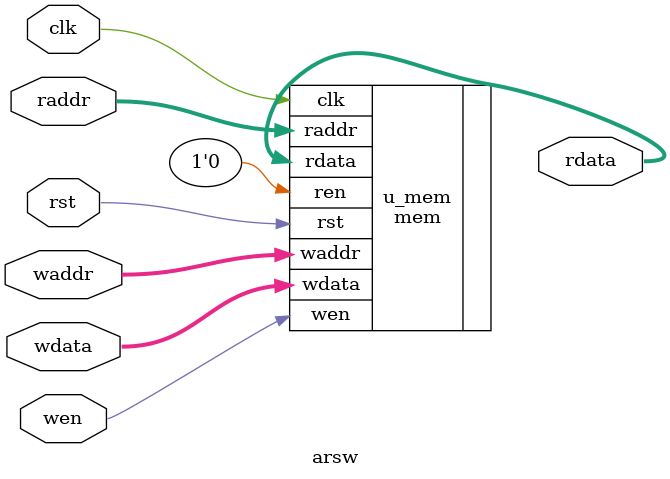
<source format=v>
module arsw(
    input                   clk,
    input                   rst,
    input   [5:0]           raddr,
    output  [79:0]          rdata,
    input                   wen,
    input   [5:0]           waddr,
    input   [79:0]          wdata
);

    mem #(
        .WIDTH(80),
        .DEPTH(64),
        .OFFSET(0),
        .SYNCREAD(0)
    )
    u_mem (
        .clk(clk),
        .rst(rst),
        .ren(1'b0),
        .raddr(raddr),
        .rdata(rdata),
        .wen(wen),
        .waddr(waddr),
        .wdata(wdata)
    );

endmodule

</source>
